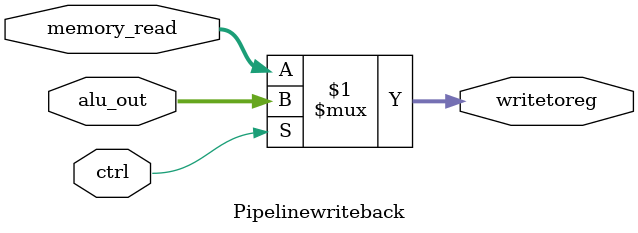
<source format=v>
module Pipelinewriteback(input [31:0] alu_out, input [31:0] memory_read, input ctrl, output [31:0] writetoreg);

assign writetoreg=ctrl?alu_out:memory_read;
endmodule

</source>
